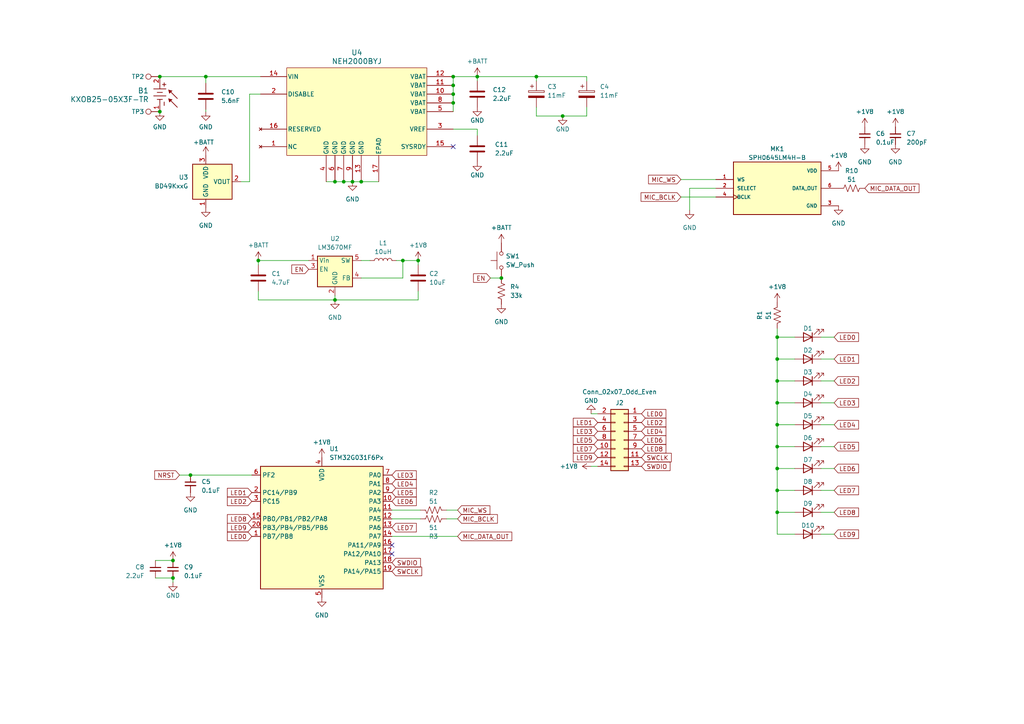
<source format=kicad_sch>
(kicad_sch (version 20230121) (generator eeschema)
  (paper "A4")
  (title_block (title "NoiseCard") (date "2024-06-29") (rev "2") (company "bitgloo") (comment 1 "Drawn by Clyne Sullivan") (comment 2 "Released under the CERN Open Hardware License Version 2 - Strongly Reciprocal"))
  (lib_symbols
    (symbol "2024-06-10_19-49-35:NEH2000BYJ" (pin_names (offset 0.254))
      (property "Reference" "U" (at 27.94 10.16 0))
      (property "Value" "NEH2000BYJ" (at 27.94 7.62 0))
      (symbol "NEH2000BYJ_0_1"
        (pin no_connect line (at 0 -20.32 0) (length 7.62) (name "NC") (number "1"))
        (pin power_in line (at 55.88 -5.08 180) (length 7.62) (name "VBAT") (number "10"))
        (pin power_in line (at 55.88 -2.54 180) (length 7.62) (name "VBAT") (number "11"))
        (pin power_in line (at 55.88 0 180) (length 7.62) (name "VBAT") (number "12"))
        (pin power_out line (at 29.21 -30.48 90) (length 7.62) (name "GND") (number "13"))
        (pin input line (at 0 0 0) (length 7.62) (name "VIN") (number "14"))
        (pin output line (at 55.88 -20.32 180) (length 7.62) (name "SYSRDY") (number "15"))
        (pin no_connect line (at 0 -15.24 0) (length 7.62) (name "RESERVED") (number "16"))
        (pin power_out line (at 34.29 -30.48 90) (length 7.62) (name "EPAD") (number "17"))
        (pin unspecified line (at 0 -5.08 0) (length 7.62) (name "DISABLE") (number "2"))
        (pin power_in line (at 55.88 -15.24 180) (length 7.62) (name "VREF") (number "3"))
        (pin power_out line (at 19.05 -30.48 90) (length 7.62) (name "GND") (number "4"))
        (pin power_in line (at 55.88 -10.16 180) (length 7.62) (name "VBAT") (number "5"))
        (pin power_out line (at 21.59 -30.48 90) (length 7.62) (name "GND") (number "6"))
        (pin power_out line (at 24.13 -30.48 90) (length 7.62) (name "GND") (number "7"))
        (pin power_in line (at 55.88 -7.62 180) (length 7.62) (name "VBAT") (number "8"))
        (pin power_out line (at 26.67 -30.48 90) (length 7.62) (name "GND") (number "9"))
      )
      (symbol "NEH2000BYJ_1_1"
        (rectangle (start 7.62 2.54) (end 48.26 -22.86) (fill (type background)))
      )
    )
    (symbol "Connector:TestPoint" (pin_numbers hide) (pin_names (offset 0.762) hide)
      (property "Reference" "TP" (at 0 6.858 0))
      (property "Value" "TestPoint" (at 0 5.08 0))
      (symbol "TestPoint_0_1"
        (circle (center 0 3.302) (radius 0.762))
      )
      (symbol "TestPoint_1_1"
        (pin passive line (at 0 0 90) (length 2.54) (name "1") (number "1"))
      )
    )
    (symbol "Connector_Generic:Conn_02x07_Odd_Even" (pin_names (offset 1.016) hide)
      (property "Reference" "J" (at 1.27 10.16 0))
      (property "Value" "Conn_02x07_Odd_Even" (at 1.27 -10.16 0))
      (symbol "Conn_02x07_Odd_Even_1_1"
        (rectangle (start -1.27 -7.493) (end 0 -7.747) (stroke (width 0.1524)))
        (rectangle (start -1.27 -4.953) (end 0 -5.207) (stroke (width 0.1524)))
        (rectangle (start -1.27 -2.413) (end 0 -2.667) (stroke (width 0.1524)))
        (rectangle (start -1.27 0.127) (end 0 -0.127) (stroke (width 0.1524)))
        (rectangle (start -1.27 2.667) (end 0 2.413) (stroke (width 0.1524)))
        (rectangle (start -1.27 5.207) (end 0 4.953) (stroke (width 0.1524)))
        (rectangle (start -1.27 7.747) (end 0 7.493) (stroke (width 0.1524)))
        (rectangle (start -1.27 8.89) (end 3.81 -8.89) (stroke (width 0.254)) (fill (type background)))
        (rectangle (start 3.81 -7.493) (end 2.54 -7.747) (stroke (width 0.1524)))
        (rectangle (start 3.81 -4.953) (end 2.54 -5.207) (stroke (width 0.1524)))
        (rectangle (start 3.81 -2.413) (end 2.54 -2.667) (stroke (width 0.1524)))
        (rectangle (start 3.81 0.127) (end 2.54 -0.127) (stroke (width 0.1524)))
        (rectangle (start 3.81 2.667) (end 2.54 2.413) (stroke (width 0.1524)))
        (rectangle (start 3.81 5.207) (end 2.54 4.953) (stroke (width 0.1524)))
        (rectangle (start 3.81 7.747) (end 2.54 7.493) (stroke (width 0.1524)))
        (pin passive line (at -5.08 7.62 0) (length 3.81) (name "Pin_1") (number "1"))
        (pin passive line (at 7.62 -2.54 180) (length 3.81) (name "Pin_10") (number "10"))
        (pin passive line (at -5.08 -5.08 0) (length 3.81) (name "Pin_11") (number "11"))
        (pin passive line (at 7.62 -5.08 180) (length 3.81) (name "Pin_12") (number "12"))
        (pin passive line (at -5.08 -7.62 0) (length 3.81) (name "Pin_13") (number "13"))
        (pin passive line (at 7.62 -7.62 180) (length 3.81) (name "Pin_14") (number "14"))
        (pin passive line (at 7.62 7.62 180) (length 3.81) (name "Pin_2") (number "2"))
        (pin passive line (at -5.08 5.08 0) (length 3.81) (name "Pin_3") (number "3"))
        (pin passive line (at 7.62 5.08 180) (length 3.81) (name "Pin_4") (number "4"))
        (pin passive line (at -5.08 2.54 0) (length 3.81) (name "Pin_5") (number "5"))
        (pin passive line (at 7.62 2.54 180) (length 3.81) (name "Pin_6") (number "6"))
        (pin passive line (at -5.08 0 0) (length 3.81) (name "Pin_7") (number "7"))
        (pin passive line (at 7.62 0 180) (length 3.81) (name "Pin_8") (number "8"))
        (pin passive line (at -5.08 -2.54 0) (length 3.81) (name "Pin_9") (number "9"))
      )
    )
    (symbol "Device:C" (pin_numbers hide) (pin_names (offset 0.254))
      (property "Reference" "C" (at 0.635 2.54 0))
      (property "Value" "C" (at 0.635 -2.54 0))
      (symbol "C_0_1"
        (polyline (pts (xy -2.032 -0.762) (xy 2.032 -0.762)) (stroke (width 0.508)))
        (polyline (pts (xy -2.032 0.762) (xy 2.032 0.762)) (stroke (width 0.508)))
      )
      (symbol "C_1_1"
        (pin passive line (at 0 3.81 270) (length 2.794) (name "~") (number "1"))
        (pin passive line (at 0 -3.81 90) (length 2.794) (name "~") (number "2"))
      )
    )
    (symbol "Device:C_Polarized" (pin_numbers hide) (pin_names (offset 0.254))
      (property "Reference" "C" (at 0.635 2.54 0))
      (property "Value" "C_Polarized" (at 0.635 -2.54 0))
      (symbol "C_Polarized_0_1"
        (rectangle (start -2.286 0.508) (end 2.286 1.016))
        (polyline (pts (xy -1.778 2.286) (xy -0.762 2.286)))
        (polyline (pts (xy -1.27 2.794) (xy -1.27 1.778)))
        (rectangle (start 2.286 -0.508) (end -2.286 -1.016) (fill (type outline)))
      )
      (symbol "C_Polarized_1_1"
        (pin passive line (at 0 3.81 270) (length 2.794) (name "~") (number "1"))
        (pin passive line (at 0 -3.81 90) (length 2.794) (name "~") (number "2"))
      )
    )
    (symbol "Device:C_Small" (pin_numbers hide) (pin_names (offset 0.254) hide)
      (property "Reference" "C" (at 0.254 1.778 0))
      (property "Value" "C_Small" (at 0.254 -2.032 0))
      (symbol "C_Small_0_1"
        (polyline (pts (xy -1.524 -0.508) (xy 1.524 -0.508)) (stroke (width 0.3302)))
        (polyline (pts (xy -1.524 0.508) (xy 1.524 0.508)) (stroke (width 0.3048)))
      )
      (symbol "C_Small_1_1"
        (pin passive line (at 0 2.54 270) (length 2.032) (name "~") (number "1"))
        (pin passive line (at 0 -2.54 90) (length 2.032) (name "~") (number "2"))
      )
    )
    (symbol "Device:L" (pin_numbers hide) (pin_names (offset 1.016) hide)
      (property "Reference" "L" (at -1.27 0 90))
      (property "Value" "L" (at 1.905 0 90))
      (symbol "L_0_1"
        (arc (start 0 -2.54) (mid 0.6323 -1.905) (end 0 -1.27))
        (arc (start 0 -1.27) (mid 0.6323 -0.635) (end 0 0))
        (arc (start 0 0) (mid 0.6323 0.635) (end 0 1.27))
        (arc (start 0 1.27) (mid 0.6323 1.905) (end 0 2.54))
      )
      (symbol "L_1_1"
        (pin passive line (at 0 3.81 270) (length 1.27) (name "1") (number "1"))
        (pin passive line (at 0 -3.81 90) (length 1.27) (name "2") (number "2"))
      )
    )
    (symbol "Device:LED" (pin_numbers hide) (pin_names (offset 1.016) hide)
      (property "Reference" "D" (at 0 2.54 0))
      (property "Value" "LED" (at 0 -2.54 0))
      (symbol "LED_0_1"
        (polyline (pts (xy -1.27 -1.27) (xy -1.27 1.27)) (stroke (width 0.254)))
        (polyline (pts (xy -1.27 0) (xy 1.27 0)))
        (polyline (pts (xy 1.27 -1.27) (xy 1.27 1.27) (xy -1.27 0) (xy 1.27 -1.27)) (stroke (width 0.254)))
        (polyline (pts (xy -3.048 -0.762) (xy -4.572 -2.286) (xy -3.81 -2.286) (xy -4.572 -2.286) (xy -4.572 -1.524)))
        (polyline (pts (xy -1.778 -0.762) (xy -3.302 -2.286) (xy -2.54 -2.286) (xy -3.302 -2.286) (xy -3.302 -1.524)))
      )
      (symbol "LED_1_1"
        (pin passive line (at -3.81 0 0) (length 2.54) (name "K") (number "1"))
        (pin passive line (at 3.81 0 180) (length 2.54) (name "A") (number "2"))
      )
    )
    (symbol "Device:R_US" (pin_numbers hide) (pin_names (offset 0))
      (property "Reference" "R" (at 2.54 0 90))
      (property "Value" "R_US" (at -2.54 0 90))
      (symbol "R_US_0_1"
        (polyline (pts (xy 0 -2.286) (xy 0 -2.54)))
        (polyline (pts (xy 0 2.286) (xy 0 2.54)))
        (polyline (pts (xy 0 -0.762) (xy 1.016 -1.143) (xy 0 -1.524) (xy -1.016 -1.905) (xy 0 -2.286)))
        (polyline (pts (xy 0 0.762) (xy 1.016 0.381) (xy 0 0) (xy -1.016 -0.381) (xy 0 -0.762)))
        (polyline (pts (xy 0 2.286) (xy 1.016 1.905) (xy 0 1.524) (xy -1.016 1.143) (xy 0 0.762)))
      )
      (symbol "R_US_1_1"
        (pin passive line (at 0 3.81 270) (length 1.27) (name "~") (number "1"))
        (pin passive line (at 0 -3.81 90) (length 1.27) (name "~") (number "2"))
      )
    )
    (symbol "MCU_ST_STM32G0:STM32G031F6Px"
      (property "Reference" "U" (at -17.78 19.05 0))
      (property "Value" "STM32G031F6Px" (at 2.54 19.05 0))
      (symbol "STM32G031F6Px_0_1"
        (rectangle (start -17.78 -17.78) (end 17.78 17.78) (stroke (width 0.254)) (fill (type background)))
      )
      (symbol "STM32G031F6Px_1_1"
        (pin bidirectional line (at -20.32 -2.54 0) (length 2.54) (name "PB7/PB8") (number "1"))
        (pin bidirectional line (at 20.32 7.62 180) (length 2.54) (name "PA3") (number "10"))
        (pin bidirectional line (at 20.32 5.08 180) (length 2.54) (name "PA4") (number "11"))
        (pin bidirectional line (at 20.32 2.54 180) (length 2.54) (name "PA5") (number "12"))
        (pin bidirectional line (at 20.32 0 180) (length 2.54) (name "PA6") (number "13"))
        (pin bidirectional line (at 20.32 -2.54 180) (length 2.54) (name "PA7") (number "14"))
        (pin bidirectional line (at -20.32 2.54 0) (length 2.54) (name "PB0/PB1/PB2/PA8") (number "15"))
        (pin bidirectional line (at 20.32 -5.08 180) (length 2.54) (name "PA11/PA9") (number "16"))
        (pin bidirectional line (at 20.32 -7.62 180) (length 2.54) (name "PA12/PA10") (number "17"))
        (pin bidirectional line (at 20.32 -10.16 180) (length 2.54) (name "PA13") (number "18"))
        (pin bidirectional line (at 20.32 -12.7 180) (length 2.54) (name "PA14/PA15") (number "19"))
        (pin bidirectional line (at -20.32 10.16 0) (length 2.54) (name "PC14/PB9") (number "2"))
        (pin bidirectional line (at -20.32 0 0) (length 2.54) (name "PB3/PB4/PB5/PB6") (number "20"))
        (pin bidirectional line (at -20.32 7.62 0) (length 2.54) (name "PC15") (number "3"))
        (pin power_in line (at 0 20.32 270) (length 2.54) (name "VDD") (number "4"))
        (pin power_in line (at 0 -20.32 90) (length 2.54) (name "VSS") (number "5"))
        (pin bidirectional line (at -20.32 15.24 0) (length 2.54) (name "PF2") (number "6"))
        (pin bidirectional line (at 20.32 15.24 180) (length 2.54) (name "PA0") (number "7"))
        (pin bidirectional line (at 20.32 12.7 180) (length 2.54) (name "PA1") (number "8"))
        (pin bidirectional line (at 20.32 10.16 180) (length 2.54) (name "PA2") (number "9"))
      )
    )
    (symbol "Power_Management:BD49KxxG"
      (property "Reference" "U" (at -3.81 6.35 0))
      (property "Value" "BD49KxxG" (at -5.08 0 90))
      (symbol "BD49KxxG_1_1"
        (rectangle (start -3.81 5.08) (end 7.62 -5.08) (stroke (width 0.254)) (fill (type background)))
        (pin power_in line (at 0 -7.62 90) (length 2.54) (name "GND") (number "1"))
        (pin output line (at 10.16 0 180) (length 2.54) (name "VOUT") (number "2"))
        (pin power_in line (at 0 7.62 270) (length 2.54) (name "VDD") (number "3"))
      )
    )
    (symbol "Regulator_Switching:LM3670MF"
      (property "Reference" "U" (at -5.08 5.08 0))
      (property "Value" "LM3670MF" (at 0 5.08 0))
      (symbol "LM3670MF_0_1"
        (rectangle (start -5.08 3.81) (end 5.08 -5.08) (stroke (width 0.254)) (fill (type background)))
      )
      (symbol "LM3670MF_1_1"
        (pin power_in line (at -7.62 2.54 0) (length 2.54) (name "Vin") (number "1"))
        (pin power_in line (at 0 -7.62 90) (length 2.54) (name "GND") (number "2"))
        (pin input line (at -7.62 0 0) (length 2.54) (name "EN") (number "3"))
        (pin input line (at 7.62 -2.54 180) (length 2.54) (name "FB") (number "4"))
        (pin input line (at 7.62 2.54 180) (length 2.54) (name "SW") (number "5"))
      )
    )
    (symbol "Switch:SW_Push" (pin_numbers hide) (pin_names (offset 1.016) hide)
      (property "Reference" "SW" (at 1.27 2.54 0))
      (property "Value" "SW_Push" (at 0 -1.524 0))
      (symbol "SW_Push_0_1"
        (circle (center -2.032 0) (radius 0.508))
        (polyline (pts (xy 0 1.27) (xy 0 3.048)))
        (polyline (pts (xy 2.54 1.27) (xy -2.54 1.27)))
        (circle (center 2.032 0) (radius 0.508))
        (pin passive line (at -5.08 0 0) (length 2.54) (name "1") (number "1"))
        (pin passive line (at 5.08 0 180) (length 2.54) (name "2") (number "2"))
      )
    )
    (symbol "noisemeter:KXOB25-02X8F-TR" (pin_names (offset 0.254))
      (property "Reference" "B" (at 4.826 8.89 0))
      (property "Value" "KXOB25-02X8F-TR" (at 5.08 -3.81 0))
      (symbol "KXOB25-02X8F-TR_0_1"
        (polyline (pts (xy 1.778 1.27) (xy 2.794 1.27)) (stroke (width 0.2032)))
        (polyline (pts (xy 2.286 0.762) (xy 2.286 1.778)) (stroke (width 0.2032)))
        (polyline (pts (xy 2.54 0) (xy 3.4798 0)) (stroke (width 0.2032)))
        (polyline (pts (xy 3.556 -1.778) (xy 3.556 1.778)) (stroke (width 0.2032)))
        (polyline (pts (xy 4.318 3.048) (xy 6.35 5.08)) (stroke (width 0.2032)))
        (polyline (pts (xy 4.572 0.762) (xy 4.572 -0.762)) (stroke (width 0.2032)))
        (polyline (pts (xy 5.588 -1.778) (xy 5.588 1.778)) (stroke (width 0.2032)))
        (polyline (pts (xy 6.604 0) (xy 7.62 0)) (stroke (width 0.2032)))
        (polyline (pts (xy 6.604 0.762) (xy 6.604 -0.762)) (stroke (width 0.2032)))
        (polyline (pts (xy 6.858 3.048) (xy 8.89 5.08)) (stroke (width 0.2032)))
        (polyline (pts (xy 7.366 1.27) (xy 8.382 1.27)) (stroke (width 0.2032)))
        (polyline (pts (xy 3.81 2.54) (xy 4.826 2.794) (xy 4.064 3.556)) (fill (type outline)))
        (polyline (pts (xy 6.35 2.54) (xy 7.366 2.794) (xy 6.604 3.556)) (fill (type outline)))
        (pin unspecified line (at 10.16 0 180) (length 2.54) (name "") (number "1"))
        (pin unspecified line (at 0 0 0) (length 2.54) (name "") (number "2"))
      )
    )
    (symbol "noisemeter:SPH0645LM4H-B" (pin_names (offset 1.016))
      (property "Reference" "MK" (at -12.7399 8.1466 0))
      (property "Value" "SPH0645LM4H-B" (at -12.7473 -10.1926 0))
      (symbol "SPH0645LM4H-B_0_0"
        (rectangle (start -12.7 -7.62) (end 12.7 7.62) (stroke (width 0.254)) (fill (type background)))
        (pin input line (at -17.78 2.54 0) (length 5.08) (name "WS") (number "1"))
        (pin input line (at -17.78 0 0) (length 5.08) (name "SELECT") (number "2"))
        (pin power_in line (at 17.78 -5.08 180) (length 5.08) (name "GND") (number "3"))
        (pin input clock (at -17.78 -2.54 0) (length 5.08) (name "BCLK") (number "4"))
        (pin power_in line (at 17.78 5.08 180) (length 5.08) (name "VDD") (number "5"))
        (pin output line (at 17.78 0 180) (length 5.08) (name "DATA_OUT") (number "6"))
      )
    )
    (symbol "power:+1V8" (power) (pin_names (offset 0))
      (property "Value" "+1V8" (at 0 3.556 0))
      (symbol "+1V8_0_1"
        (polyline (pts (xy -0.762 1.27) (xy 0 2.54)))
        (polyline (pts (xy 0 0) (xy 0 2.54)))
        (polyline (pts (xy 0 2.54) (xy 0.762 1.27)))
      )
      (symbol "+1V8_1_1"
        (pin power_in line (at 0 0 90) (length 0) hide (name "+1V8") (number "1"))
      )
    )
    (symbol "power:+BATT" (power) (pin_names (offset 0))
      (property "Value" "+BATT" (at 0 3.556 0))
      (symbol "+BATT_0_1"
        (polyline (pts (xy -0.762 1.27) (xy 0 2.54)))
        (polyline (pts (xy 0 0) (xy 0 2.54)))
        (polyline (pts (xy 0 2.54) (xy 0.762 1.27)))
      )
      (symbol "+BATT_1_1"
        (pin power_in line (at 0 0 90) (length 0) hide (name "+BATT") (number "1"))
      )
    )
    (symbol "power:GND" (power) (pin_names (offset 0))
      (property "Value" "GND" (at 0 -3.81 0))
      (symbol "GND_0_1"
        (polyline (pts (xy 0 0) (xy 0 -1.27) (xy 1.27 -1.27) (xy 0 -2.54) (xy -1.27 -1.27) (xy 0 -1.27)))
      )
      (symbol "GND_1_1"
        (pin power_in line (at 0 0 270) (length 0) hide (name "GND") (number "1"))
      )
    )
  )
  (junction (at 225.425 148.59))
  (junction (at 55.245 137.795))
  (junction (at 138.43 22.225))
  (junction (at 116.84 75.565))
  (junction (at 131.445 27.305))
  (junction (at 131.445 24.765))
  (junction (at 46.355 22.225))
  (junction (at 50.165 162.56))
  (junction (at 225.425 104.14))
  (junction (at 131.445 29.845))
  (junction (at 50.165 167.64))
  (junction (at 46.355 32.385))
  (junction (at 225.425 116.84))
  (junction (at 131.445 22.225))
  (junction (at 59.69 22.225))
  (junction (at 121.285 75.565))
  (junction (at 104.775 52.705))
  (junction (at 99.695 52.705))
  (junction (at 145.415 80.645))
  (junction (at 225.425 123.19))
  (junction (at 155.575 22.225))
  (junction (at 163.195 33.655))
  (junction (at 102.235 52.705))
  (junction (at 225.425 110.49))
  (junction (at 225.425 129.54))
  (junction (at 97.155 86.995))
  (junction (at 97.155 52.705))
  (junction (at 74.93 75.565))
  (junction (at 225.425 135.89))
  (junction (at 225.425 142.24))
  (junction (at 225.425 97.79))
  (no_connect (at 113.665 158.115))
  (no_connect (at 113.665 160.655))
  (no_connect (at 131.445 42.545))
  (wire (pts (xy 113.665 155.575) (xy 132.715 155.575)))
  (wire (pts (xy 225.425 129.54) (xy 225.425 135.89)))
  (wire (pts (xy 171.45 135.255) (xy 173.355 135.255)))
  (wire (pts (xy 59.69 22.225) (xy 59.69 24.13)))
  (wire (pts (xy 104.775 52.705) (xy 109.855 52.705)))
  (wire (pts (xy 200.025 54.61) (xy 207.645 54.61)))
  (wire (pts (xy 131.445 37.465) (xy 138.43 37.465)))
  (wire (pts (xy 74.93 84.455) (xy 74.93 86.995)))
  (wire (pts (xy 155.575 23.495) (xy 155.575 22.225)))
  (wire (pts (xy 225.425 123.19) (xy 225.425 129.54)))
  (wire (pts (xy 131.445 24.765) (xy 131.445 27.305)))
  (wire (pts (xy 170.18 31.115) (xy 170.18 33.655)))
  (wire (pts (xy 241.935 116.84) (xy 238.125 116.84)))
  (wire (pts (xy 138.43 37.465) (xy 138.43 39.37)))
  (wire (pts (xy 104.775 80.645) (xy 116.84 80.645)))
  (wire (pts (xy 45.085 162.56) (xy 50.165 162.56)))
  (wire (pts (xy 225.425 110.49) (xy 225.425 116.84)))
  (wire (pts (xy 75.565 27.305) (xy 72.39 27.305)))
  (wire (pts (xy 104.775 75.565) (xy 107.315 75.565)))
  (wire (pts (xy 241.935 135.89) (xy 238.125 135.89)))
  (wire (pts (xy 138.43 23.495) (xy 138.43 22.225)))
  (wire (pts (xy 225.425 104.14) (xy 225.425 110.49)))
  (wire (pts (xy 225.425 116.84) (xy 230.505 116.84)))
  (wire (pts (xy 46.355 22.225) (xy 59.69 22.225)))
  (wire (pts (xy 197.485 57.15) (xy 207.645 57.15)))
  (wire (pts (xy 225.425 110.49) (xy 230.505 110.49)))
  (wire (pts (xy 241.935 104.14) (xy 238.125 104.14)))
  (wire (pts (xy 131.445 22.225) (xy 138.43 22.225)))
  (wire (pts (xy 113.665 150.495) (xy 121.92 150.495)))
  (wire (pts (xy 241.935 148.59) (xy 238.125 148.59)))
  (wire (pts (xy 197.485 52.07) (xy 207.645 52.07)))
  (wire (pts (xy 200.025 54.61) (xy 200.025 60.96)))
  (wire (pts (xy 241.935 129.54) (xy 238.125 129.54)))
  (wire (pts (xy 138.43 22.225) (xy 155.575 22.225)))
  (wire (pts (xy 241.935 110.49) (xy 238.125 110.49)))
  (wire (pts (xy 52.07 137.795) (xy 55.245 137.795)))
  (wire (pts (xy 241.935 154.94) (xy 238.125 154.94)))
  (wire (pts (xy 129.54 150.495) (xy 132.715 150.495)))
  (wire (pts (xy 74.93 75.565) (xy 89.535 75.565)))
  (wire (pts (xy 225.425 135.89) (xy 225.425 142.24)))
  (wire (pts (xy 121.285 75.565) (xy 121.285 76.835)))
  (wire (pts (xy 163.195 33.655) (xy 170.18 33.655)))
  (wire (pts (xy 129.54 147.955) (xy 132.715 147.955)))
  (wire (pts (xy 225.425 95.25) (xy 225.425 97.79)))
  (wire (pts (xy 225.425 129.54) (xy 230.505 129.54)))
  (wire (pts (xy 45.085 167.64) (xy 50.165 167.64)))
  (wire (pts (xy 225.425 135.89) (xy 230.505 135.89)))
  (wire (pts (xy 225.425 116.84) (xy 225.425 123.19)))
  (wire (pts (xy 59.69 32.385) (xy 59.69 31.75)))
  (wire (pts (xy 102.235 52.705) (xy 104.775 52.705)))
  (wire (pts (xy 225.425 142.24) (xy 230.505 142.24)))
  (wire (pts (xy 113.665 147.955) (xy 121.92 147.955)))
  (wire (pts (xy 225.425 104.14) (xy 230.505 104.14)))
  (wire (pts (xy 94.615 52.705) (xy 97.155 52.705)))
  (wire (pts (xy 155.575 22.225) (xy 170.18 22.225)))
  (wire (pts (xy 225.425 148.59) (xy 225.425 154.94)))
  (wire (pts (xy 72.39 27.305) (xy 72.39 52.705)))
  (wire (pts (xy 225.425 123.19) (xy 230.505 123.19)))
  (wire (pts (xy 114.935 75.565) (xy 116.84 75.565)))
  (wire (pts (xy 225.425 97.79) (xy 230.505 97.79)))
  (wire (pts (xy 155.575 31.115) (xy 155.575 33.655)))
  (wire (pts (xy 97.155 86.995) (xy 121.285 86.995)))
  (wire (pts (xy 72.39 52.705) (xy 69.85 52.705)))
  (wire (pts (xy 131.445 27.305) (xy 131.445 29.845)))
  (wire (pts (xy 225.425 148.59) (xy 230.505 148.59)))
  (wire (pts (xy 155.575 33.655) (xy 163.195 33.655)))
  (wire (pts (xy 241.935 142.24) (xy 238.125 142.24)))
  (wire (pts (xy 50.165 168.91) (xy 50.165 167.64)))
  (wire (pts (xy 225.425 142.24) (xy 225.425 148.59)))
  (wire (pts (xy 131.445 29.845) (xy 131.445 32.385)))
  (wire (pts (xy 241.935 97.79) (xy 238.125 97.79)))
  (wire (pts (xy 142.24 80.645) (xy 145.415 80.645)))
  (wire (pts (xy 75.565 22.225) (xy 59.69 22.225)))
  (wire (pts (xy 225.425 97.79) (xy 225.425 104.14)))
  (wire (pts (xy 116.84 80.645) (xy 116.84 75.565)))
  (wire (pts (xy 116.84 75.565) (xy 121.285 75.565)))
  (wire (pts (xy 241.935 123.19) (xy 238.125 123.19)))
  (wire (pts (xy 171.45 120.015) (xy 173.355 120.015)))
  (wire (pts (xy 74.93 86.995) (xy 97.155 86.995)))
  (wire (pts (xy 121.285 86.995) (xy 121.285 84.455)))
  (wire (pts (xy 55.245 137.795) (xy 73.025 137.795)))
  (wire (pts (xy 97.155 52.705) (xy 99.695 52.705)))
  (wire (pts (xy 170.18 23.495) (xy 170.18 22.225)))
  (wire (pts (xy 99.695 52.705) (xy 102.235 52.705)))
  (wire (pts (xy 131.445 22.225) (xy 131.445 24.765)))
  (wire (pts (xy 225.425 154.94) (xy 230.505 154.94)))
  (wire (pts (xy 97.155 85.725) (xy 97.155 86.995)))
  (wire (pts (xy 74.93 76.835) (xy 74.93 75.565)))
  (global_label "LED0" (shape input) (at 73.025 155.575 180) (property "Intersheetrefs" "${INTERSHEET_REFS}" (effects hide)))
  (global_label "EN" (shape input) (at 142.24 80.645 180) (property "Intersheetrefs" "${INTERSHEET_REFS}" (effects hide)))
  (global_label "LED5" (shape input) (at 173.355 127.635 180) (property "Intersheetrefs" "${INTERSHEET_REFS}" (effects hide)))
  (global_label "LED0" (shape input) (at 241.935 97.79 0) (property "Intersheetrefs" "${INTERSHEET_REFS}" (effects hide)))
  (global_label "LED0" (shape input) (at 186.055 120.015 0) (property "Intersheetrefs" "${INTERSHEET_REFS}" (effects hide)))
  (global_label "LED7" (shape input) (at 241.935 142.24 0) (property "Intersheetrefs" "${INTERSHEET_REFS}" (effects hide)))
  (global_label "MIC_WS" (shape input) (at 197.485 52.07 180) (property "Intersheetrefs" "${INTERSHEET_REFS}" (effects hide)))
  (global_label "LED6" (shape input) (at 241.935 135.89 0) (property "Intersheetrefs" "${INTERSHEET_REFS}" (effects hide)))
  (global_label "LED3" (shape input) (at 241.935 116.84 0) (property "Intersheetrefs" "${INTERSHEET_REFS}" (effects hide)))
  (global_label "LED3" (shape input) (at 113.665 137.795 0) (property "Intersheetrefs" "${INTERSHEET_REFS}" (effects hide)))
  (global_label "LED1" (shape input) (at 73.025 142.875 180) (property "Intersheetrefs" "${INTERSHEET_REFS}" (effects hide)))
  (global_label "LED7" (shape input) (at 173.355 130.175 180) (property "Intersheetrefs" "${INTERSHEET_REFS}" (effects hide)))
  (global_label "LED2" (shape input) (at 241.935 110.49 0) (property "Intersheetrefs" "${INTERSHEET_REFS}" (effects hide)))
  (global_label "LED4" (shape input) (at 241.935 123.19 0) (property "Intersheetrefs" "${INTERSHEET_REFS}" (effects hide)))
  (global_label "LED9" (shape input) (at 73.025 153.035 180) (property "Intersheetrefs" "${INTERSHEET_REFS}" (effects hide)))
  (global_label "LED8" (shape input) (at 241.935 148.59 0) (property "Intersheetrefs" "${INTERSHEET_REFS}" (effects hide)))
  (global_label "MIC_DATA_OUT" (shape input) (at 132.715 155.575 0) (property "Intersheetrefs" "${INTERSHEET_REFS}" (effects hide)))
  (global_label "EN" (shape input) (at 89.535 78.105 180) (property "Intersheetrefs" "${INTERSHEET_REFS}" (effects hide)))
  (global_label "SWDIO" (shape input) (at 186.055 135.255 0) (property "Intersheetrefs" "${INTERSHEET_REFS}" (effects hide)))
  (global_label "NRST" (shape input) (at 52.07 137.795 180) (property "Intersheetrefs" "${INTERSHEET_REFS}" (effects hide)))
  (global_label "LED7" (shape input) (at 113.665 153.035 0) (property "Intersheetrefs" "${INTERSHEET_REFS}" (effects hide)))
  (global_label "MIC_WS" (shape input) (at 132.715 147.955 0) (property "Intersheetrefs" "${INTERSHEET_REFS}" (effects hide)))
  (global_label "MIC_BCLK" (shape input) (at 197.485 57.15 180) (property "Intersheetrefs" "${INTERSHEET_REFS}" (effects hide)))
  (global_label "MIC_DATA_OUT" (shape input) (at 250.825 54.61 0) (property "Intersheetrefs" "${INTERSHEET_REFS}" (effects hide)))
  (global_label "LED2" (shape input) (at 73.025 145.415 180) (property "Intersheetrefs" "${INTERSHEET_REFS}" (effects hide)))
  (global_label "LED4" (shape input) (at 113.665 140.335 0) (property "Intersheetrefs" "${INTERSHEET_REFS}" (effects hide)))
  (global_label "LED9" (shape input) (at 173.355 132.715 180) (property "Intersheetrefs" "${INTERSHEET_REFS}" (effects hide)))
  (global_label "MIC_BCLK" (shape input) (at 132.715 150.495 0) (property "Intersheetrefs" "${INTERSHEET_REFS}" (effects hide)))
  (global_label "LED6" (shape input) (at 186.055 127.635 0) (property "Intersheetrefs" "${INTERSHEET_REFS}" (effects hide)))
  (global_label "LED5" (shape input) (at 241.935 129.54 0) (property "Intersheetrefs" "${INTERSHEET_REFS}" (effects hide)))
  (global_label "LED4" (shape input) (at 186.055 125.095 0) (property "Intersheetrefs" "${INTERSHEET_REFS}" (effects hide)))
  (global_label "LED3" (shape input) (at 173.355 125.095 180) (property "Intersheetrefs" "${INTERSHEET_REFS}" (effects hide)))
  (global_label "LED8" (shape input) (at 186.055 130.175 0) (property "Intersheetrefs" "${INTERSHEET_REFS}" (effects hide)))
  (global_label "SWDIO" (shape input) (at 113.665 163.195 0) (property "Intersheetrefs" "${INTERSHEET_REFS}" (effects hide)))
  (global_label "LED1" (shape input) (at 173.355 122.555 180) (property "Intersheetrefs" "${INTERSHEET_REFS}" (effects hide)))
  (global_label "LED8" (shape input) (at 73.025 150.495 180) (property "Intersheetrefs" "${INTERSHEET_REFS}" (effects hide)))
  (global_label "LED6" (shape input) (at 113.665 145.415 0) (property "Intersheetrefs" "${INTERSHEET_REFS}" (effects hide)))
  (global_label "SWCLK" (shape input) (at 113.665 165.735 0) (property "Intersheetrefs" "${INTERSHEET_REFS}" (effects hide)))
  (global_label "SWCLK" (shape input) (at 186.055 132.715 0) (property "Intersheetrefs" "${INTERSHEET_REFS}" (effects hide)))
  (global_label "LED1" (shape input) (at 241.935 104.14 0) (property "Intersheetrefs" "${INTERSHEET_REFS}" (effects hide)))
  (global_label "LED5" (shape input) (at 113.665 142.875 0) (property "Intersheetrefs" "${INTERSHEET_REFS}" (effects hide)))
  (global_label "LED9" (shape input) (at 241.935 154.94 0) (property "Intersheetrefs" "${INTERSHEET_REFS}" (effects hide)))
  (global_label "LED2" (shape input) (at 186.055 122.555 0) (property "Intersheetrefs" "${INTERSHEET_REFS}" (effects hide)))
  (symbol (lib_id "power:GND") (at 250.825 41.91 0) (unit 1)
    (property "Reference" "#PWR022" (effects hide))
    (property "Value" "GND" (at 250.825 46.99 0))
  )
  (symbol (lib_id "power:+1V8") (at 121.285 75.565 0) (unit 1)
    (property "Reference" "#PWR02" (effects hide))
    (property "Value" "+1V8" (at 121.285 71.12 0))
  )
  (symbol (lib_id "Device:C_Polarized") (at 155.575 27.305 0) (unit 1)
    (property "Reference" "C3" (at 158.75 25.146 0) (effects (justify left)))
    (property "Value" "11mF" (at 158.75 27.686 0) (effects (justify left)))
    (property "Footprint" "Capacitor_SMD:C_1210_3225Metric" (effects hide))
    (property "Part Number" "CPH3225A" (effects hide))
  )
  (symbol (lib_id "Device:LED") (at 234.315 135.89 180) (unit 1)
    (property "Reference" "D7" (at 234.315 133.35 0))
    (property "Value" "LED" (effects hide))
    (property "Footprint" "LED_SMD:LED_0603_1608Metric" (effects hide))
    (property "Part Number" "APTD1608LSURCK" (effects hide))
  )
  (symbol (lib_id "power:+BATT") (at 74.93 75.565 0) (unit 1)
    (property "Reference" "#PWR05" (effects hide))
    (property "Value" "+BATT" (at 74.93 71.12 0))
  )
  (symbol (lib_id "power:GND") (at 59.69 60.325 0) (unit 1)
    (property "Reference" "#PWR018" (effects hide))
    (property "Value" "GND" (at 59.69 65.405 0))
  )
  (symbol (lib_id "power:GND") (at 171.45 120.015 180) (unit 1)
    (property "Reference" "#PWR011" (effects hide))
    (property "Value" "GND" (at 171.45 116.205 0))
  )
  (symbol (lib_id "Device:C") (at 138.43 27.305 0) (unit 1)
    (property "Reference" "C12" (at 142.875 26.035 0) (effects (justify left)))
    (property "Value" "2.2uF" (at 142.875 28.575 0) (effects (justify left)))
    (property "Footprint" "Capacitor_SMD:C_0805_2012Metric" (effects hide))
    (property "Part Number" "CL21A225KBFNNNE" (effects hide))
  )
  (symbol (lib_id "power:GND") (at 243.205 59.69 0) (unit 1)
    (property "Reference" "#PWR020" (effects hide))
    (property "Value" "GND" (at 243.205 64.77 0))
  )
  (symbol (lib_id "Device:C") (at 59.69 27.94 0) (unit 1)
    (property "Reference" "C10" (at 64.135 26.67 0) (effects (justify left)))
    (property "Value" "5.6nF" (at 64.135 29.21 0) (effects (justify left)))
    (property "Footprint" "Capacitor_SMD:C_0603_1608Metric" (effects hide))
  )
  (symbol (lib_id "Device:LED") (at 234.315 104.14 180) (unit 1)
    (property "Reference" "D2" (at 234.315 101.6 0))
    (property "Value" "LED" (effects hide))
    (property "Footprint" "LED_SMD:LED_0603_1608Metric" (effects hide))
    (property "Part Number" "APTD1608LSURCK" (effects hide))
  )
  (symbol (lib_id "Device:LED") (at 234.315 116.84 180) (unit 1)
    (property "Reference" "D4" (at 234.315 114.3 0))
    (property "Value" "LED" (effects hide))
    (property "Footprint" "LED_SMD:LED_0603_1608Metric" (effects hide))
    (property "Part Number" "APTD1608LSURCK" (effects hide))
  )
  (symbol (lib_id "power:GND") (at 46.355 32.385 0) (unit 1)
    (property "Reference" "#PWR013" (effects hide))
    (property "Value" "GND" (at 46.355 36.83 0))
  )
  (symbol (lib_id "Device:LED") (at 234.315 97.79 180) (unit 1)
    (property "Reference" "D1" (at 234.315 95.25 0))
    (property "Value" "LED" (effects hide))
    (property "Footprint" "LED_SMD:LED_0603_1608Metric" (effects hide))
    (property "Part Number" "APTD1608LSURCK" (effects hide))
  )
  (symbol (lib_id "power:GND") (at 59.69 32.385 0) (unit 1)
    (property "Reference" "#PWR012" (effects hide))
    (property "Value" "GND" (at 59.69 36.83 0))
  )
  (symbol (lib_id "power:GND") (at 138.43 31.115 0) (unit 1)
    (property "Reference" "#PWR015" (effects hide))
    (property "Value" "GND" (at 138.43 34.925 0))
  )
  (symbol (lib_id "power:GND") (at 102.235 52.705 0) (unit 1)
    (property "Reference" "#PWR014" (effects hide))
    (property "Value" "GND" (at 102.235 57.785 0))
  )
  (symbol (lib_id "power:+BATT") (at 145.415 70.485 0) (unit 1)
    (property "Reference" "#PWR08" (effects hide))
    (property "Value" "+BATT" (at 145.415 66.04 0))
  )
  (symbol (lib_id "Device:C_Small") (at 45.085 165.1 0) (unit 1)
    (property "Reference" "C8" (at 41.91 164.4713 0) (effects (justify right)))
    (property "Value" "2.2uF" (at 41.91 167.0113 0) (effects (justify right)))
    (property "Footprint" "Capacitor_SMD:C_0805_2012Metric" (effects hide))
    (property "Part Number" "CL21A225KBFNNNE" (effects hide))
  )
  (symbol (lib_id "power:GND") (at 145.415 88.265 0) (unit 1)
    (property "Reference" "#PWR09" (effects hide))
    (property "Value" "GND" (at 145.415 93.345 0))
  )
  (symbol (lib_id "power:+1V8") (at 243.205 49.53 0) (unit 1)
    (property "Reference" "#PWR032" (effects hide))
    (property "Value" "+1V8" (at 243.205 45.085 0))
  )
  (symbol (lib_id "power:GND") (at 138.43 46.99 0) (unit 1)
    (property "Reference" "#PWR017" (effects hide))
    (property "Value" "GND" (at 138.43 50.8 0))
  )
  (symbol (lib_id "Device:C_Small") (at 50.165 165.1 0) (mirror y) (unit 1)
    (property "Reference" "C9" (at 53.34 164.4713 0) (effects (justify right)))
    (property "Value" "0.1uF" (at 53.34 167.0113 0) (effects (justify right)))
    (property "Footprint" "Capacitor_SMD:C_0603_1608Metric" (effects hide))
    (property "Part Number" "CC0603KRX7R6BB104" (effects hide))
  )
  (symbol (lib_id "Device:C") (at 74.93 80.645 0) (unit 1)
    (property "Reference" "C1" (at 78.74 79.375 0) (effects (justify left)))
    (property "Value" "4.7uF" (at 78.74 81.915 0) (effects (justify left)))
    (property "Footprint" "Capacitor_SMD:C_0805_2012Metric" (effects hide))
    (property "Part Number" "CL21A475KAQNNNE" (effects hide))
  )
  (symbol (lib_id "Device:LED") (at 234.315 123.19 180) (unit 1)
    (property "Reference" "D5" (at 234.315 120.65 0))
    (property "Value" "LED" (effects hide))
    (property "Footprint" "LED_SMD:LED_0603_1608Metric" (effects hide))
    (property "Part Number" "APTD1608LSURCK" (effects hide))
  )
  (symbol (lib_id "Device:R_US") (at 225.425 91.44 0) (mirror y) (unit 1)
    (property "Reference" "R1" (at 220.345 91.44 90))
    (property "Value" "51" (at 222.885 91.44 90))
    (property "Footprint" "Resistor_SMD:R_0603_1608Metric" (effects hide))
    (property "Part Number" "RC0603JR-0751RL" (effects hide))
  )
  (symbol (lib_id "MCU_ST_STM32G0:STM32G031F6Px") (at 93.345 153.035 0) (unit 1)
    (property "Reference" "U1" (at 95.5391 130.175 0) (effects (justify left)))
    (property "Value" "STM32G031F6Px" (at 95.5391 132.715 0) (effects (justify left)))
    (property "Footprint" "Package_SO:TSSOP-20_4.4x6.5mm_P0.65mm" (effects hide))
    (property "Datasheet" "https://www.st.com/resource/en/datasheet/stm32g031f6.pdf" (effects hide))
    (property "Part Number" "STM32G031F6P6" (effects hide))
  )
  (symbol (lib_id "Device:R_US") (at 145.415 84.455 180) (unit 1)
    (property "Reference" "R4" (at 147.955 83.185 0) (effects (justify right)))
    (property "Value" "33k" (at 147.955 85.725 0) (effects (justify right)))
    (property "Footprint" "Resistor_SMD:R_0603_1608Metric" (effects hide))
  )
  (symbol (lib_id "Device:C") (at 121.285 80.645 0) (unit 1)
    (property "Reference" "C2" (at 124.46 79.375 0) (effects (justify left)))
    (property "Value" "10uF" (at 124.46 81.915 0) (effects (justify left)))
    (property "Footprint" "Capacitor_SMD:C_0805_2012Metric" (effects hide))
    (property "Part Number" "CL21A106KOQNNNE" (effects hide))
  )
  (symbol (lib_id "Device:LED") (at 234.315 129.54 180) (unit 1)
    (property "Reference" "D6" (at 234.315 127 0))
    (property "Value" "LED" (effects hide))
    (property "Footprint" "LED_SMD:LED_0603_1608Metric" (effects hide))
    (property "Part Number" "APTD1608LSURCK" (effects hide))
  )
  (symbol (lib_id "Device:R_US") (at 125.73 147.955 270) (mirror x) (unit 1)
    (property "Reference" "R2" (at 125.73 142.875 90))
    (property "Value" "51" (at 125.73 145.415 90))
    (property "Footprint" "Resistor_SMD:R_0603_1608Metric" (effects hide))
    (property "Part Number" "RC0603JR-0751RL" (effects hide))
  )
  (symbol (lib_id "power:GND") (at 200.025 60.96 0) (unit 1)
    (property "Reference" "#PWR016" (effects hide))
    (property "Value" "GND" (at 200.025 66.04 0))
  )
  (symbol (lib_id "power:GND") (at 50.165 168.91 0) (unit 1)
    (property "Reference" "#PWR027" (effects hide))
    (property "Value" "GND" (at 50.165 172.72 0))
  )
  (symbol (lib_id "Regulator_Switching:LM3670MF") (at 97.155 78.105 0) (unit 1)
    (property "Reference" "U2" (at 97.155 69.215 0))
    (property "Value" "LM3670MF" (at 97.155 71.755 0))
    (property "Footprint" "Package_TO_SOT_SMD:TSOT-23-5" (effects hide))
    (property "Datasheet" "http://www.ti.com/lit/ds/symlink/lm3670.pdf" (effects hide))
    (property "Part Number" "LM3670MF-1.8/NOPB" (effects hide))
  )
  (symbol (lib_id "power:+1V8") (at 225.425 87.63 0) (unit 1)
    (property "Reference" "#PWR06" (effects hide))
    (property "Value" "+1V8" (at 225.425 83.185 0))
  )
  (symbol (lib_id "power:GND") (at 163.195 33.655 0) (unit 1)
    (property "Reference" "#PWR025" (effects hide))
    (property "Value" "GND" (at 163.195 37.465 0))
  )
  (symbol (lib_id "power:GND") (at 93.345 173.355 0) (unit 1)
    (property "Reference" "#PWR03" (effects hide))
    (property "Value" "GND" (at 93.345 178.435 0))
  )
  (symbol (lib_id "Device:R_US") (at 125.73 150.495 270) (unit 1)
    (property "Reference" "R3" (at 125.73 155.575 90))
    (property "Value" "51" (at 125.73 153.035 90))
    (property "Footprint" "Resistor_SMD:R_0603_1608Metric" (effects hide))
    (property "Part Number" "RC0603JR-0751RL" (effects hide))
  )
  (symbol (lib_id "Connector:TestPoint") (at 46.355 22.225 90) (unit 1)
    (property "Reference" "TP2" (at 40.005 22.225 90))
    (property "Value" "TestPoint" (effects hide))
    (property "Footprint" "TestPoint:TestPoint_THTPad_3.0x3.0mm_Drill1.5mm" (effects hide))
  )
  (symbol (lib_id "Connector:TestPoint") (at 46.355 32.385 90) (unit 1)
    (property "Reference" "TP3" (at 40.005 32.385 90))
    (property "Value" "TestPoint" (effects hide))
    (property "Footprint" "TestPoint:TestPoint_THTPad_3.0x3.0mm_Drill1.5mm" (effects hide))
  )
  (symbol (lib_id "power:+BATT") (at 59.69 45.085 0) (unit 1)
    (property "Reference" "#PWR023" (effects hide))
    (property "Value" "+BATT" (at 59.055 41.275 0))
  )
  (symbol (lib_id "power:+1V8") (at 93.345 132.715 0) (unit 1)
    (property "Reference" "#PWR031" (effects hide))
    (property "Value" "+1V8" (at 93.345 128.27 0))
  )
  (symbol (lib_id "Device:LED") (at 234.315 148.59 180) (unit 1)
    (property "Reference" "D9" (at 234.315 146.05 0))
    (property "Value" "LED" (effects hide))
    (property "Footprint" "LED_SMD:LED_0603_1608Metric" (effects hide))
    (property "Part Number" "APTD1608LSURCK" (effects hide))
  )
  (symbol (lib_id "Device:C") (at 138.43 43.18 0) (unit 1)
    (property "Reference" "C11" (at 143.51 41.91 0) (effects (justify left)))
    (property "Value" "2.2uF" (at 143.51 44.45 0) (effects (justify left)))
    (property "Footprint" "Capacitor_SMD:C_0805_2012Metric" (effects hide))
    (property "Part Number" "CL21A225KBFNNNE" (effects hide))
  )
  (symbol (lib_id "Device:C_Polarized") (at 170.18 27.305 0) (unit 1)
    (property "Reference" "C4" (at 173.99 25.146 0) (effects (justify left)))
    (property "Value" "11mF" (at 173.99 27.686 0) (effects (justify left)))
    (property "Footprint" "Capacitor_SMD:C_1210_3225Metric" (effects hide))
    (property "Part Number" "CPH3225A" (effects hide))
  )
  (symbol (lib_id "Power_Management:BD49KxxG") (at 59.69 52.705 0) (unit 1)
    (property "Reference" "U3" (at 54.61 51.435 0) (effects (justify right)))
    (property "Value" "BD49KxxG" (at 54.61 53.975 0) (effects (justify right)))
    (property "Footprint" "Package_TO_SOT_SMD:SOT-23" (effects hide))
    (property "Datasheet" "https://www.rohm.de/datasheet/BD4830FVE/bd48xxg-e" (effects hide))
  )
  (symbol (lib_id "power:GND") (at 97.155 86.995 0) (unit 1)
    (property "Reference" "#PWR04" (effects hide))
    (property "Value" "GND" (at 97.155 92.075 0))
  )
  (symbol (lib_id "power:+1V8") (at 50.165 162.56 0) (unit 1)
    (property "Reference" "#PWR035" (effects hide))
    (property "Value" "+1V8" (at 50.165 158.115 0))
  )
  (symbol (lib_id "Device:L") (at 111.125 75.565 90) (unit 1)
    (property "Reference" "L1" (at 111.125 70.485 90))
    (property "Value" "10uH" (at 111.125 73.025 90))
    (property "Footprint" "Inductor_SMD:L_0805_2012Metric" (effects hide))
    (property "Part Number" "MLZ2012N100LT000" (effects hide))
  )
  (symbol (lib_id "Device:LED") (at 234.315 154.94 180) (unit 1)
    (property "Reference" "D10" (at 234.315 152.4 0))
    (property "Value" "LED" (effects hide))
    (property "Footprint" "LED_SMD:LED_0603_1608Metric" (effects hide))
    (property "Part Number" "APTD1608LSURCK" (effects hide))
  )
  (symbol (lib_id "power:+BATT") (at 138.43 22.225 0) (unit 1)
    (property "Reference" "#PWR019" (effects hide))
    (property "Value" "+BATT" (at 138.43 17.78 0))
  )
  (symbol (lib_id "Device:C_Small") (at 250.825 39.37 0) (mirror y) (unit 1)
    (property "Reference" "C6" (at 254 38.7413 0) (effects (justify right)))
    (property "Value" "0.1uF" (at 254 41.2813 0) (effects (justify right)))
    (property "Footprint" "Capacitor_SMD:C_0603_1608Metric" (effects hide))
    (property "Part Number" "CC0603KRX7R6BB104" (effects hide))
  )
  (symbol (lib_id "power:+1V8") (at 259.715 36.83 0) (unit 1)
    (property "Reference" "#PWR034" (effects hide))
    (property "Value" "+1V8" (at 259.715 32.385 0))
  )
  (symbol (lib_id "Device:C_Small") (at 55.245 140.335 0) (mirror y) (unit 1)
    (property "Reference" "C5" (at 58.42 139.7063 0) (effects (justify right)))
    (property "Value" "0.1uF" (at 58.42 142.2463 0) (effects (justify right)))
    (property "Footprint" "Capacitor_SMD:C_0603_1608Metric" (effects hide))
    (property "Part Number" "CC0603KRX7R6BB104" (effects hide))
  )
  (symbol (lib_id "Switch:SW_Push") (at 145.415 75.565 90) (unit 1)
    (property "Reference" "SW1" (at 146.685 74.295 90) (effects (justify right)))
    (property "Value" "SW_Push" (at 146.685 76.835 90) (effects (justify right)))
    (property "Footprint" "Button_Switch_SMD:SW_SPST_EVQP0" (effects hide))
  )
  (symbol (lib_id "noisemeter:SPH0645LM4H-B") (at 225.425 54.61 0) (unit 1)
    (property "Reference" "MK1" (at 225.425 43.18 0))
    (property "Value" "SPH0645LM4H-B" (at 225.425 45.72 0))
    (property "Footprint" "noisemeter:MIC_SPH0645LM4H-B" (effects hide))
    (property "Part Number" "SPH0645LM4H-B" (effects hide))
  )
  (symbol (lib_id "noisemeter:KXOB25-02X8F-TR") (at 46.355 22.225 270) (unit 1)
    (property "Reference" "B1" (at 43.18 26.289 90) (effects (font (size 1.524 1.524)) (justify right)))
    (property "Value" "KXOB25-05X3F-TR" (at 43.18 28.829 90) (effects (font (size 1.524 1.524)) (justify right)))
    (property "Footprint" "Library:KXOB25-02X8F-TR_IXY" (effects hide))
    (property "Part Number" "KXOB25-05X3F-TR" (effects hide))
  )
  (symbol (lib_id "Device:R_US") (at 247.015 54.61 90) (unit 1)
    (property "Reference" "R10" (at 247.015 49.53 90))
    (property "Value" "51" (at 247.015 52.07 90))
    (property "Footprint" "Resistor_SMD:R_0603_1608Metric" (effects hide))
    (property "Part Number" "RC0603JR-0751RL" (effects hide))
  )
  (symbol (lib_id "power:GND") (at 259.715 41.91 0) (unit 1)
    (property "Reference" "#PWR024" (effects hide))
    (property "Value" "GND" (at 259.715 46.99 0))
  )
  (symbol (lib_id "Device:LED") (at 234.315 142.24 180) (unit 1)
    (property "Reference" "D8" (at 234.315 139.7 0))
    (property "Value" "LED" (effects hide))
    (property "Footprint" "LED_SMD:LED_0603_1608Metric" (effects hide))
    (property "Part Number" "APTD1608LSURCK" (effects hide))
  )
  (symbol (lib_id "Device:C_Small") (at 259.715 39.37 0) (mirror y) (unit 1)
    (property "Reference" "C7" (at 262.89 38.7413 0) (effects (justify right)))
    (property "Value" "200pF" (at 262.89 41.2813 0) (effects (justify right)))
    (property "Footprint" "Capacitor_SMD:C_0603_1608Metric" (effects hide))
    (property "Part Number" "06033A201FAT2A" (effects hide))
  )
  (symbol (lib_id "Connector_Generic:Conn_02x07_Odd_Even") (at 180.975 127.635 0) (mirror y) (unit 1)
    (property "Reference" "J2" (at 179.705 116.84 0))
    (property "Value" "Conn_02x07_Odd_Even" (at 179.705 113.665 0))
    (property "Footprint" "Connector_PinHeader_2.54mm:PinHeader_2x07_P2.54mm_Vertical" (effects hide))
  )
  (symbol (lib_id "power:GND") (at 55.245 142.875 0) (unit 1)
    (property "Reference" "#PWR07" (effects hide))
    (property "Value" "GND" (at 55.245 147.955 0))
  )
  (symbol (lib_id "power:+1V8") (at 250.825 36.83 0) (unit 1)
    (property "Reference" "#PWR033" (effects hide))
    (property "Value" "+1V8" (at 250.825 32.385 0))
  )
  (symbol (lib_id "power:+1V8") (at 171.45 135.255 90) (unit 1)
    (property "Reference" "#PWR01" (effects hide))
    (property "Value" "+1V8" (at 167.64 135.255 90) (effects (justify left)))
  )
  (symbol (lib_id "2024-06-10_19-49-35:NEH2000BYJ") (at 75.565 22.225 0) (unit 1)
    (property "Reference" "U4" (at 103.505 15.24 0) (effects (font (size 1.524 1.524))))
    (property "Value" "NEH2000BYJ" (at 103.505 17.78 0) (effects (font (size 1.524 1.524))))
    (property "Footprint" "footprints:HWQFN16_SOT8076-1_NEX" (effects hide))
    (property "Datasheet" "NEH2000BYJ" (effects hide))
    (property "Part Number" "NEH2000BYJ" (effects hide))
  )
  (symbol (lib_id "Device:LED") (at 234.315 110.49 180) (unit 1)
    (property "Reference" "D3" (at 234.315 107.95 0))
    (property "Value" "LED" (effects hide))
    (property "Footprint" "LED_SMD:LED_0603_1608Metric" (effects hide))
    (property "Part Number" "APTD1608LSURCK" (effects hide))
  )
)
</source>
